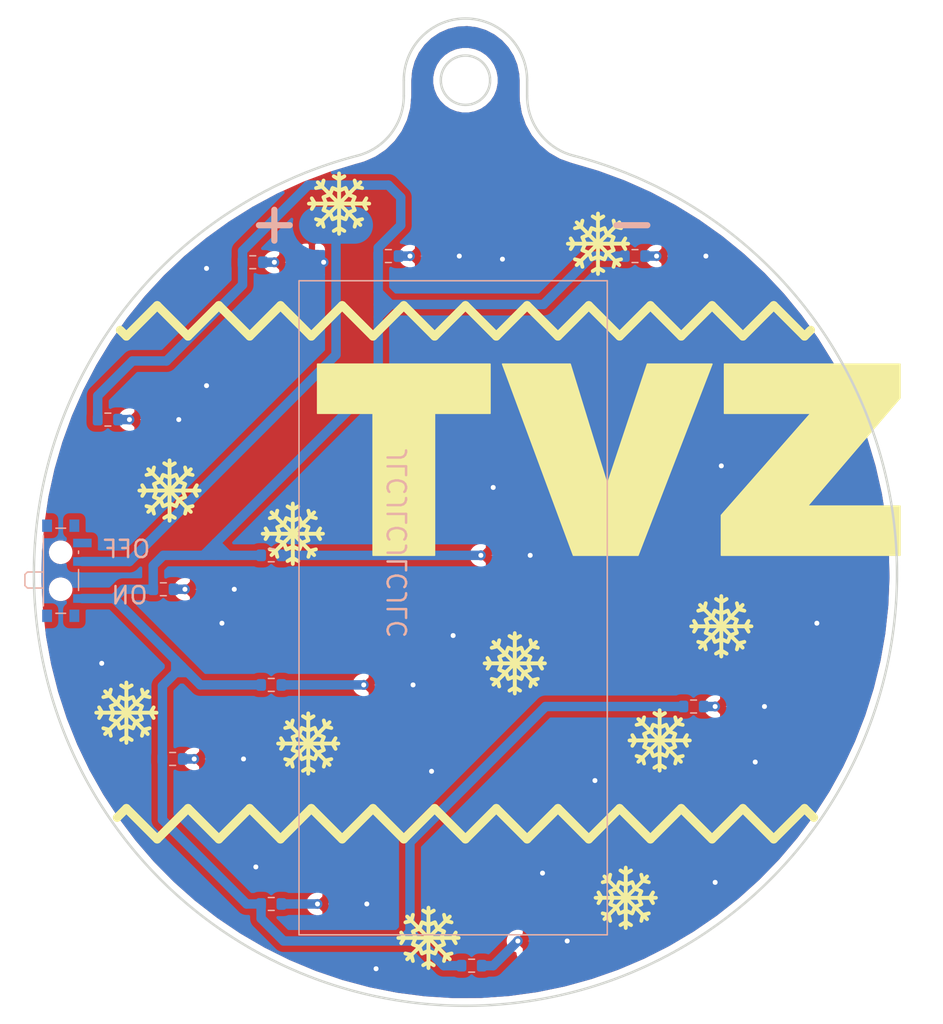
<source format=kicad_pcb>
(kicad_pcb (version 20211014) (generator pcbnew)
  (layers (0 "F.Cu" signal) (31 "B.Cu" signal) (34 "B.Paste" user) (35 "F.Paste" user) (36 "B.SilkS" user "B.Silkscreen") (37 "F.SilkS" user "F.Silkscreen") (38 "B.Mask" user) (39 "F.Mask" user) (44 "Edge.Cuts" user))
  (net 0 "")
  (net 1 "Net-(D1-Pad1)")
  (net 2 "Net-(SW1-Pad3)")
  (net 3 "VCC")
  (net 4 "GND")
  (net 5 "Net-(D2-Pad1)")
  (net 6 "Net-(D3-Pad1)")
  (net 7 "Net-(D4-Pad1)")
  (net 8 "Net-(D5-Pad1)")
  (net 9 "Net-(D6-Pad1)")
  (net 10 "Net-(D7-Pad1)")
  (net 11 "Net-(D8-Pad1)")
  (net 12 "Net-(D9-Pad1)")
  (net 13 "Net-(D10-Pad1)")
  (net 14 "Net-(D11-Pad1)")
  (net 15 "Net-(R1-Pad1)")
  (footprint "TVZ_kuglica:ukras3" (layer "F.Cu") (at 137 68.75)
    (fp_text reference "G***" hide)
    (fp_text value "LOGO" hide)
  )
  (footprint "TVZ_kuglica:LED-0807" (layer "F.Cu") (at 111.75 87.5)
    (fp_text reference "D1" hide)
    (fp_text value "RGB")
    (pad "1" smd rect locked (at -1.05 -0.625) (size 1.1 0.75) (layers "F.Cu" "F.Paste" "F.Mask") (net 1 "Net-(D1-Pad1)"))
    (pad "1" smd rect locked (at -1.05 0.625) (size 1.1 0.75) (layers "F.Cu" "F.Paste" "F.Mask") (net 1 "Net-(D1-Pad1)"))
    (pad "2" smd rect locked (at 1.05 -0.625) (size 1.1 0.75) (layers "F.Cu" "F.Paste" "F.Mask") (net 4 "GND"))
    (pad "2" smd rect locked (at 1.05 0.625) (size 1.1 0.75) (layers "F.Cu" "F.Paste" "F.Mask") (net 4 "GND"))
  )
  (footprint "TVZ_kuglica:LED-0807" (layer "F.Cu") (at 154.5 74.25)
    (fp_text reference "D3" hide)
    (fp_text value "RGB")
    (pad "1" smd rect locked (at -1.05 -0.625) (size 1.1 0.75) (layers "F.Cu" "F.Paste" "F.Mask") (net 6 "Net-(D3-Pad1)"))
    (pad "1" smd rect locked (at -1.05 0.625) (size 1.1 0.75) (layers "F.Cu" "F.Paste" "F.Mask") (net 6 "Net-(D3-Pad1)"))
    (pad "2" smd rect locked (at 1.05 0.625) (size 1.1 0.75) (layers "F.Cu" "F.Paste" "F.Mask") (net 4 "GND"))
    (pad "2" smd rect locked (at 1.05 -0.625) (size 1.1 0.75) (layers "F.Cu" "F.Paste" "F.Mask") (net 4 "GND"))
  )
  (footprint "TVZ_kuglica:LED-0807" (layer "F.Cu") (at 130.75 109)
    (fp_text reference "D4" hide)
    (fp_text value "RGB")
    (pad "1" smd rect locked (at -1.05 0.625) (size 1.1 0.75) (layers "F.Cu" "F.Paste" "F.Mask") (net 7 "Net-(D4-Pad1)"))
    (pad "1" smd rect locked (at -1.05 -0.625) (size 1.1 0.75) (layers "F.Cu" "F.Paste" "F.Mask") (net 7 "Net-(D4-Pad1)"))
    (pad "2" smd rect locked (at 1.05 0.625) (size 1.1 0.75) (layers "F.Cu" "F.Paste" "F.Mask") (net 4 "GND"))
    (pad "2" smd rect locked (at 1.05 -0.625) (size 1.1 0.75) (layers "F.Cu" "F.Paste" "F.Mask") (net 4 "GND"))
  )
  (footprint "TVZ_kuglica:LED-0807" (layer "F.Cu") (at 117 115)
    (fp_text reference "D5" hide)
    (fp_text value "RGB")
    (pad "1" smd rect locked (at -1.05 -0.625) (size 1.1 0.75) (layers "F.Cu" "F.Paste" "F.Mask") (net 8 "Net-(D5-Pad1)"))
    (pad "1" smd rect locked (at -1.05 0.625) (size 1.1 0.75) (layers "F.Cu" "F.Paste" "F.Mask") (net 8 "Net-(D5-Pad1)"))
    (pad "2" smd rect locked (at 1.05 0.625) (size 1.1 0.75) (layers "F.Cu" "F.Paste" "F.Mask") (net 4 "GND"))
    (pad "2" smd rect locked (at 1.05 -0.625) (size 1.1 0.75) (layers "F.Cu" "F.Paste" "F.Mask") (net 4 "GND"))
  )
  (footprint "TVZ_kuglica:LED-0807" (layer "F.Cu") (at 116.25 101.25)
    (fp_text reference "D6" hide)
    (fp_text value "RGB")
    (pad "1" smd rect locked (at -1.05 0.625) (size 1.1 0.75) (layers "F.Cu" "F.Paste" "F.Mask") (net 9 "Net-(D6-Pad1)"))
    (pad "1" smd rect locked (at -1.05 -0.625) (size 1.1 0.75) (layers "F.Cu" "F.Paste" "F.Mask") (net 9 "Net-(D6-Pad1)"))
    (pad "2" smd rect locked (at 1.05 -0.625) (size 1.1 0.75) (layers "F.Cu" "F.Paste" "F.Mask") (net 4 "GND"))
    (pad "2" smd rect locked (at 1.05 0.625) (size 1.1 0.75) (layers "F.Cu" "F.Paste" "F.Mask") (net 4 "GND"))
  )
  (footprint "TVZ_kuglica:LED-0807" (layer "F.Cu") (at 159.25 110.75)
    (fp_text reference "D8" hide)
    (fp_text value "RGB")
    (pad "1" smd rect locked (at -1.05 0.625) (size 1.1 0.75) (layers "F.Cu" "F.Paste" "F.Mask") (net 11 "Net-(D8-Pad1)"))
    (pad "1" smd rect locked (at -1.05 -0.625) (size 1.1 0.75) (layers "F.Cu" "F.Paste" "F.Mask") (net 11 "Net-(D8-Pad1)"))
    (pad "2" smd rect locked (at 1.05 -0.625) (size 1.1 0.75) (layers "F.Cu" "F.Paste" "F.Mask") (net 4 "GND"))
    (pad "2" smd rect locked (at 1.05 0.625) (size 1.1 0.75) (layers "F.Cu" "F.Paste" "F.Mask") (net 4 "GND"))
  )
  (footprint "TVZ_kuglica:LED-0807" (layer "F.Cu") (at 134.5 74.25)
    (fp_text reference "D9" hide)
    (fp_text value "RGB")
    (pad "1" smd rect locked (at -1.05 -0.625) (size 1.1 0.75) (layers "F.Cu" "F.Paste" "F.Mask") (net 12 "Net-(D9-Pad1)"))
    (pad "1" smd rect locked (at -1.05 0.625) (size 1.1 0.75) (layers "F.Cu" "F.Paste" "F.Mask") (net 12 "Net-(D9-Pad1)"))
    (pad "2" smd rect locked (at 1.05 0.625) (size 1.1 0.75) (layers "F.Cu" "F.Paste" "F.Mask") (net 4 "GND"))
    (pad "2" smd rect locked (at 1.05 -0.625) (size 1.1 0.75) (layers "F.Cu" "F.Paste" "F.Mask") (net 4 "GND"))
  )
  (footprint "TVZ_kuglica:LED-0807" (layer "F.Cu") (at 140.25 98.5)
    (fp_text reference "D10" hide)
    (fp_text value "RGB")
    (pad "1" smd rect locked (at -1.05 0.625) (size 1.1 0.75) (layers "F.Cu" "F.Paste" "F.Mask") (net 13 "Net-(D10-Pad1)"))
    (pad "1" smd rect locked (at -1.05 -0.625) (size 1.1 0.75) (layers "F.Cu" "F.Paste" "F.Mask") (net 13 "Net-(D10-Pad1)"))
    (pad "2" smd rect locked (at 1.05 -0.625) (size 1.1 0.75) (layers "F.Cu" "F.Paste" "F.Mask") (net 4 "GND"))
    (pad "2" smd rect locked (at 1.05 0.625) (size 1.1 0.75) (layers "F.Cu" "F.Paste" "F.Mask") (net 4 "GND"))
  )
  (footprint "TVZ_kuglica:ukras1" (layer "F.Cu") (at 152.75 113.5)
    (fp_text reference "G***" hide)
    (fp_text value "LOGO" hide)
  )
  (footprint "TVZ_kuglica:LED-0807" (layer "F.Cu") (at 123.5 74.75)
    (fp_text reference "D2" hide)
    (fp_text value "RGB")
    (pad "1" smd rect locked (at -1.05 -0.625) (size 1.1 0.75) (layers "F.Cu" "F.Paste" "F.Mask") (net 5 "Net-(D2-Pad1)"))
    (pad "1" smd rect locked (at -1.05 0.625) (size 1.1 0.75) (layers "F.Cu" "F.Paste" "F.Mask") (net 5 "Net-(D2-Pad1)"))
    (pad "2" smd rect locked (at 1.05 -0.625) (size 1.1 0.75) (layers "F.Cu" "F.Paste" "F.Mask") (net 4 "GND"))
    (pad "2" smd rect locked (at 1.05 0.625) (size 1.1 0.75) (layers "F.Cu" "F.Paste" "F.Mask") (net 4 "GND"))
  )
  (footprint "TVZ_kuglica:LED-0807" (layer "F.Cu") (at 143.25 129.75)
    (fp_text reference "D7" hide)
    (fp_text value "RGB")
    (pad "1" smd rect locked (at -1.05 -0.625) (size 1.1 0.75) (layers "F.Cu" "F.Paste" "F.Mask") (net 10 "Net-(D7-Pad1)"))
    (pad "1" smd rect locked (at -1.05 0.625) (size 1.1 0.75) (layers "F.Cu" "F.Paste" "F.Mask") (net 10 "Net-(D7-Pad1)"))
    (pad "2" smd rect locked (at 1.05 0.625) (size 1.1 0.75) (layers "F.Cu" "F.Paste" "F.Mask") (net 4 "GND"))
    (pad "2" smd rect locked (at 1.05 -0.625) (size 1.1 0.75) (layers "F.Cu" "F.Paste" "F.Mask") (net 4 "GND"))
  )
  (footprint "TVZ_kuglica:LED-0807" (layer "F.Cu") (at 127 126.75)
    (fp_text reference "D11" hide)
    (fp_text value "RGB")
    (pad "1" smd rect locked (at -1.05 0.625) (size 1.1 0.75) (layers "F.Cu" "F.Paste" "F.Mask") (net 14 "Net-(D11-Pad1)"))
    (pad "1" smd rect locked (at -1.05 -0.625) (size 1.1 0.75) (layers "F.Cu" "F.Paste" "F.Mask") (net 14 "Net-(D11-Pad1)"))
    (pad "2" smd rect locked (at 1.05 0.625) (size 1.1 0.75) (layers "F.Cu" "F.Paste" "F.Mask") (net 4 "GND"))
    (pad "2" smd rect locked (at 1.05 -0.625) (size 1.1 0.75) (layers "F.Cu" "F.Paste" "F.Mask") (net 4 "GND"))
  )
  (footprint "TVZ_kuglica:ukras1" (layer "F.Cu") (at 150 126.25)
    (fp_text reference "G***" hide)
    (fp_text value "LOGO" hide)
  )
  (footprint "TVZ_kuglica:ukras1" (layer "F.Cu") (at 147.75 73.25)
    (fp_text reference "G***" hide)
    (fp_text value "LOGO" hide)
  )
  (footprint "TVZ_kuglica:ukras1" (layer "F.Cu") (at 157.75 104.25)
    (fp_text reference "G***" hide)
    (fp_text value "LOGO" hide)
  )
  (footprint "TVZ_kuglica:ukras1" (layer "F.Cu") (at 109.5 111.25)
    (fp_text reference "G***" hide)
    (fp_text value "LOGO" hide)
  )
  (footprint "TVZ_kuglica:ukras1" (layer "F.Cu") (at 134 129.5)
    (fp_text reference "G***" hide)
    (fp_text value "LOGO" hide)
  )
  (footprint "TVZ_kuglica:ukras1" (layer "F.Cu") (at 123 96.75)
    (fp_text reference "G***" hide)
    (fp_text value "LOGO" hide)
  )
  (footprint "TVZ_kuglica:ukras1" (layer "F.Cu") (at 113 93.25)
    (fp_text reference "G***" hide)
    (fp_text value "LOGO" hide)
  )
  (footprint "TVZ_kuglica:ukras1" (layer "F.Cu") (at 126.75 70)
    (fp_text reference "G***" hide)
    (fp_text value "LOGO" hide)
  )
  (footprint "TVZ_kuglica:ukras1" (layer "F.Cu") (at 124.25 113.75)
    (fp_text reference "G***" hide)
    (fp_text value "LOGO" hide)
  )
  (footprint "TVZ_kuglica:ukras1" (layer "F.Cu") (at 141 107.25)
    (fp_text reference "G***" hide)
    (fp_text value "LOGO" hide)
  )
  (footprint "TVZ_kuglica:BAT-2xAAA-horizontalni_padovi" (layer "B.Cu") (at 136.5 102.75)
    (fp_text reference "BT1" hide)
    (fp_text value "2xAAA")
    (pad "1" smd oval locked (at -10 -31 90) (size 3 6) (layers "B.Cu" "B.Paste" "B.Mask") (net 3 "VCC"))
    (pad "2" smd oval locked (at 9 -31 270) (size 3 6) (layers "B.Cu" "B.Paste" "B.Mask") (net 4 "GND"))
  )
  (footprint "Button_Switch_SMD:SW_SPDT_PCM12" (layer "B.Cu") (at 104.5 99.75 90)
    (fp_text reference "SW1" hide)
    (fp_text value "SW_SPDT")
    (pad "" smd rect locked (at 3.65 -1.43 90) (size 1 0.8) (layers "B.Cu" "B.Paste" "B.Mask"))
    (pad "" smd rect locked (at -3.65 0.78 90) (size 1 0.8) (layers "B.Cu" "B.Paste" "B.Mask"))
    (pad "" np_thru_hole circle locked (at -1.5 -0.33 90) (size 0.9 0.9) (drill 0.9) (layers *.Cu *.Mask))
    (pad "" smd rect locked (at -3.65 -1.43 90) (size 1 0.8) (layers "B.Cu" "B.Paste" "B.Mask"))
    (pad "" np_thru_hole circle locked (at 1.5 -0.33 90) (size 0.9 0.9) (drill 0.9) (layers *.Cu *.Mask))
    (pad "" smd rect locked (at 3.65 0.78 90) (size 1 0.8) (layers "B.Cu" "B.Paste" "B.Mask"))
    (pad "1" smd rect locked (at -2.25 1.43 90) (size 0.7 1.5) (layers "B.Cu" "B.Paste" "B.Mask") (net 15 "Net-(R1-Pad1)"))
    (pad "2" smd rect locked (at 0.75 1.43 90) (size 0.7 1.5) (layers "B.Cu" "B.Paste" "B.Mask") (net 3 "VCC"))
    (pad "3" smd rect locked (at 2.25 1.43 90) (size 0.7 1.5) (layers "B.Cu" "B.Paste" "B.Mask") (net 2 "Net-(SW1-Pad3)"))
  )
  (footprint "Resistor_SMD:R_0603_1608Metric" (layer "B.Cu") (at 108 87.5)
    (fp_text reference "R1" hide)
    (fp_text value "2k")
    (pad "1" smd roundrect locked (at -0.825 0) (size 0.8 0.95) (layers "B.Cu" "B.Paste" "B.Mask") (net 15 "Net-(R1-Pad1)"))
    (pad "2" smd roundrect locked (at 0.825 0) (size 0.8 0.95) (layers "B.Cu" "B.Paste" "B.Mask") (net 1 "Net-(D1-Pad1)"))
  )
  (footprint "Resistor_SMD:R_0603_1608Metric" (layer "B.Cu") (at 119.75 74.75)
    (fp_text reference "R2" hide)
    (fp_text value "2k")
    (pad "1" smd roundrect locked (at -0.825 0) (size 0.8 0.95) (layers "B.Cu" "B.Paste" "B.Mask") (net 15 "Net-(R1-Pad1)"))
    (pad "2" smd roundrect locked (at 0.825 0) (size 0.8 0.95) (layers "B.Cu" "B.Paste" "B.Mask") (net 5 "Net-(D2-Pad1)"))
  )
  (footprint "Resistor_SMD:R_0603_1608Metric" (layer "B.Cu") (at 150.75 74.25)
    (fp_text reference "R3" hide)
    (fp_text value "2k")
    (pad "1" smd roundrect locked (at -0.825 0) (size 0.8 0.95) (layers "B.Cu" "B.Paste" "B.Mask") (net 15 "Net-(R1-Pad1)"))
    (pad "2" smd roundrect locked (at 0.825 0) (size 0.8 0.95) (layers "B.Cu" "B.Paste" "B.Mask") (net 6 "Net-(D3-Pad1)"))
  )
  (footprint "Resistor_SMD:R_0603_1608Metric" (layer "B.Cu") (at 121.25 109)
    (fp_text reference "R4" hide)
    (fp_text value "2k")
    (pad "1" smd roundrect locked (at -0.825 0) (size 0.8 0.95) (layers "B.Cu" "B.Paste" "B.Mask") (net 15 "Net-(R1-Pad1)"))
    (pad "2" smd roundrect locked (at 0.825 0) (size 0.8 0.95) (layers "B.Cu" "B.Paste" "B.Mask") (net 7 "Net-(D4-Pad1)"))
  )
  (footprint "Resistor_SMD:R_0603_1608Metric" (layer "B.Cu") (at 113.25 115)
    (fp_text reference "R5" hide)
    (fp_text value "2k")
    (pad "1" smd roundrect locked (at -0.825 0) (size 0.8 0.95) (layers "B.Cu" "B.Paste" "B.Mask") (net 15 "Net-(R1-Pad1)"))
    (pad "2" smd roundrect locked (at 0.825 0) (size 0.8 0.95) (layers "B.Cu" "B.Paste" "B.Mask") (net 8 "Net-(D5-Pad1)"))
  )
  (footprint "Resistor_SMD:R_0603_1608Metric" (layer "B.Cu") (at 112.5 101.25)
    (fp_text reference "R6" hide)
    (fp_text value "2k")
    (pad "1" smd roundrect locked (at -0.825 0) (size 0.8 0.95) (layers "B.Cu" "B.Paste" "B.Mask") (net 15 "Net-(R1-Pad1)"))
    (pad "2" smd roundrect locked (at 0.825 0) (size 0.8 0.95) (layers "B.Cu" "B.Paste" "B.Mask") (net 9 "Net-(D6-Pad1)"))
  )
  (footprint "Resistor_SMD:R_0603_1608Metric" (layer "B.Cu") (at 137.5 131.75)
    (fp_text reference "R7" hide)
    (fp_text value "2k")
    (pad "1" smd roundrect locked (at -0.825 0) (size 0.8 0.95) (layers "B.Cu" "B.Paste" "B.Mask") (net 15 "Net-(R1-Pad1)"))
    (pad "2" smd roundrect locked (at 0.825 0) (size 0.8 0.95) (layers "B.Cu" "B.Paste" "B.Mask") (net 10 "Net-(D7-Pad1)"))
  )
  (footprint "Resistor_SMD:R_0603_1608Metric" (layer "B.Cu") (at 155.5 110.75)
    (fp_text reference "R8" hide)
    (fp_text value "2k")
    (pad "1" smd roundrect locked (at -0.825 0) (size 0.8 0.95) (layers "B.Cu" "B.Paste" "B.Mask") (net 15 "Net-(R1-Pad1)"))
    (pad "2" smd roundrect locked (at 0.825 0) (size 0.8 0.95) (layers "B.Cu" "B.Paste" "B.Mask") (net 11 "Net-(D8-Pad1)"))
  )
  (footprint "Resistor_SMD:R_0603_1608Metric" (layer "B.Cu") (at 130.75 74.25)
    (fp_text reference "R9" hide)
    (fp_text value "2k")
    (pad "1" smd roundrect locked (at -0.825 0) (size 0.8 0.95) (layers "B.Cu" "B.Paste" "B.Mask") (net 15 "Net-(R1-Pad1)"))
    (pad "2" smd roundrect locked (at 0.825 0) (size 0.8 0.95) (layers "B.Cu" "B.Paste" "B.Mask") (net 12 "Net-(D9-Pad1)"))
  )
  (footprint "Resistor_SMD:R_0603_1608Metric" (layer "B.Cu") (at 121.25 126.75)
    (fp_text reference "R11" hide)
    (fp_text value "2k")
    (pad "1" smd roundrect locked (at -0.825 0) (size 0.8 0.95) (layers "B.Cu" "B.Paste" "B.Mask") (net 15 "Net-(R1-Pad1)"))
    (pad "2" smd roundrect locked (at 0.825 0) (size 0.8 0.95) (layers "B.Cu" "B.Paste" "B.Mask") (net 14 "Net-(D11-Pad1)"))
  )
  (footprint "Resistor_SMD:R_0603_1608Metric" (layer "B.Cu") (at 121.25 98.5)
    (fp_text reference "R10" hide)
    (fp_text value "2k")
    (pad "1" smd roundrect locked (at -0.825 0) (size 0.8 0.95) (layers "B.Cu" "B.Paste" "B.Mask") (net 15 "Net-(R1-Pad1)"))
    (pad "2" smd roundrect locked (at 0.825 0) (size 0.8 0.95) (layers "B.Cu" "B.Paste" "B.Mask") (net 13 "Net-(D10-Pad1)"))
  )
  (gr_line (start 164.5 119) (end 162 121.5) (layer "F.SilkS") (width 0.7))
  (gr_line (start 132 121.5) (end 129.5 119) (layer "F.SilkS") (width 0.7))
  (gr_line (start 144.5 119) (end 142 121.5) (layer "F.SilkS") (width 0.7))
  (gr_line (start 124.5 119) (end 122 121.5) (layer "F.SilkS") (width 0.7))
  (gr_line (start 142 121.5) (end 139.5 119) (layer "F.SilkS") (width 0.7))
  (gr_line (start 119.5 119) (end 117 121.5) (layer "F.SilkS") (width 0.7))
  (gr_line (start 149.5 119) (end 147 121.5) (layer "F.SilkS") (width 0.7))
  (gr_line (start 159.5 119) (end 157 121.5) (layer "F.SilkS") (width 0.7))
  (gr_line (start 114.5 119) (end 112 121.5) (layer "F.SilkS") (width 0.7))
  (gr_line (start 162 121.5) (end 159.5 119) (layer "F.SilkS") (width 0.7))
  (gr_line (start 127 121.5) (end 124.5 119) (layer "F.SilkS") (width 0.7))
  (gr_line (start 165.25 119.75) (end 164.5 119) (layer "F.SilkS") (width 0.7))
  (gr_line (start 154.5 119) (end 152 121.5) (layer "F.SilkS") (width 0.7))
  (gr_line (start 147 121.5) (end 144.5 119) (layer "F.SilkS") (width 0.7))
  (gr_line (start 109.5 119) (end 108.75 119.75) (layer "F.SilkS") (width 0.7))
  (gr_line (start 152 121.5) (end 149.5 119) (layer "F.SilkS") (width 0.7))
  (gr_line (start 134.5 119) (end 132 121.5) (layer "F.SilkS") (width 0.7))
  (gr_line (start 139.5 119) (end 137 121.5) (layer "F.SilkS") (width 0.7))
  (gr_line (start 112 121.5) (end 109.5 119) (layer "F.SilkS") (width 0.7))
  (gr_line (start 137 121.5) (end 134.5 119) (layer "F.SilkS") (width 0.7))
  (gr_line (start 129.5 119) (end 127 121.5) (layer "F.SilkS") (width 0.7))
  (gr_line (start 117 121.5) (end 114.5 119) (layer "F.SilkS") (width 0.7))
  (gr_line (start 122 121.5) (end 119.5 119) (layer "F.SilkS") (width 0.7))
  (gr_line (start 157 121.5) (end 154.5 119) (layer "F.SilkS") (width 0.7))
  (gr_line (start 165 80.25) (end 164.5 80.75) (layer "F.SilkS") (width 0.7))
  (gr_line (start 147 78.25) (end 144.5 80.75) (layer "F.SilkS") (width 0.7))
  (gr_line (start 124.5 80.75) (end 122 78.25) (layer "F.SilkS") (width 0.7))
  (gr_line (start 152 78.25) (end 149.5 80.75) (layer "F.SilkS") (width 0.7))
  (gr_poly (pts (xy 172.25 85.75) (xy 164.75 94.5) (xy 172.25 94.5) (xy 172.25 98.5) (xy 157.75 98.5) (xy 157.75 95.25) (xy 165 87) (xy 158 87) (xy 158 83) (xy 172.25 83)) (layer "F.SilkS") (width 0.1) (fill solid))
  (gr_line (start 114.5 80.75) (end 112 78.25) (layer "F.SilkS") (width 0.7))
  (gr_poly (pts (xy 148.5 92.75) (xy 151.75 83) (xy 157 83) (xy 151 98.5) (xy 145.75 98.5) (xy 140 83) (xy 145.5 83)) (layer "F.SilkS") (width 0.1) (fill solid))
  (gr_line (start 122 78.25) (end 119.5 80.75) (layer "F.SilkS") (width 0.7))
  (gr_line (start 154.5 80.75) (end 152 78.25) (layer "F.SilkS") (width 0.7))
  (gr_line (start 137 78.25) (end 134.5 80.75) (layer "F.SilkS") (width 0.7))
  (gr_line (start 119.5 80.75) (end 117 78.25) (layer "F.SilkS") (width 0.7))
  (gr_line (start 127 78.25) (end 124.5 80.75) (layer "F.SilkS") (width 0.7))
  (gr_line (start 142 78.25) (end 139.5 80.75) (layer "F.SilkS") (width 0.7))
  (gr_line (start 134.5 80.75) (end 132 78.25) (layer "F.SilkS") (width 0.7))
  (gr_line (start 164.5 80.75) (end 162 78.25) (layer "F.SilkS") (width 0.7))
  (gr_line (start 157 78.25) (end 154.5 80.75) (layer "F.SilkS") (width 0.7))
  (gr_line (start 132 78.25) (end 129.5 80.75) (layer "F.SilkS") (width 0.7))
  (gr_poly (pts (xy 139 87) (xy 134.5 87) (xy 134.5 98.5) (xy 129.5 98.5) (xy 129.5 87) (xy 125 87) (xy 125 83) (xy 139 83)) (layer "F.SilkS") (width 0.1) (fill solid))
  (gr_line (start 112 78.25) (end 109.5 80.75) (layer "F.SilkS") (width 0.7))
  (gr_line (start 117 78.25) (end 114.5 80.75) (layer "F.SilkS") (width 0.7))
  (gr_line (start 149.5 80.75) (end 147 78.25) (layer "F.SilkS") (width 0.7))
  (gr_line (start 144.5 80.75) (end 142 78.25) (layer "F.SilkS") (width 0.7))
  (gr_line (start 129.5 80.75) (end 127 78.25) (layer "F.SilkS") (width 0.7))
  (gr_line (start 159.5 80.75) (end 157 78.25) (layer "F.SilkS") (width 0.7))
  (gr_line (start 109.5 80.75) (end 109 80.25) (layer "F.SilkS") (width 0.7))
  (gr_line (start 139.5 80.75) (end 137 78.25) (layer "F.SilkS") (width 0.7))
  (gr_line (start 162 78.25) (end 159.5 80.75) (layer "F.SilkS") (width 0.7))
  (gr_circle (center 137 60) (end 139 60) (layer "Edge.Cuts") (width 0.2) (fill none))
  (gr_line (start 132 61.270167) (end 132 60) (layer "Edge.Cuts") (width 0.2))
  (gr_arc (start 131.999999 61.270167) (mid 130.952846 64.332029) (end 128.249999 66.111396) (layer "Edge.Cuts") (width 0.2))
  (gr_arc (start 145.75 66.111396) (mid 143.047153 64.332029) (end 142 61.270167) (layer "Edge.Cuts") (width 0.2))
  (gr_line (start 142 60) (end 142 61.270167) (layer "Edge.Cuts") (width 0.2))
  (gr_arc (start 132 60) (mid 137 55) (end 142 60) (layer "Edge.Cuts") (width 0.2))
  (gr_arc (start 145.749999 66.111395) (mid 137.000001 135) (end 128.249999 66.111396) (layer "Edge.Cuts") (width 0.2))
  (gr_text "OFF" (at 109.5 98) (layer "B.SilkS") (effects (font (size 1.4 1.4) (thickness 0.2)) (justify mirror)))
  (gr_text "ON" (at 109.75 101.75) (layer "B.SilkS") (effects (font (size 1.4 1.4) (thickness 0.2)) (justify mirror)))
  (gr_text "JLCJLCJLCJLC" (at 131.5 97.5 90) (layer "B.SilkS") (effects (font (size 1.5 1.5) (thickness 0.2)) (justify mirror)))
  (segment (start 109.75 87.5) (end 110.075 87.5) (width 0.762) (layer "F.Cu") (net 1))
  (segment (start 110.075 87.5) (end 110.7 88.125) (width 0.762) (layer "F.Cu") (net 1))
  (segment (start 110.075 87.5) (end 110.7 86.875) (width 0.762) (layer "F.Cu") (net 1))
  (via (at 109.75 87.5) (size 0.8) (drill 0.4) (layers "F.Cu" "B.Cu") (net 1))
  (segment (start 108.825 87.5) (end 109.75 87.5) (width 0.762) (layer "B.Cu") (net 1))
  (segment (start 109.75 99) (end 126.5 82.25) (width 0.762) (layer "B.Cu") (net 3))
  (segment (start 105.93 99) (end 109.75 99) (width 0.762) (layer "B.Cu") (net 3))
  (segment (start 126.5 71.75) (end 126.5 82.25) (width 0.762) (layer "B.Cu") (net 3))
  (via (at 142.25 98.5) (size 0.8) (drill 0.4) (layers "F.Cu" "B.Cu") (net 4))
  (via (at 136 105) (size 0.8) (drill 0.4) (layers "F.Cu" "B.Cu") (net 4))
  (via (at 157.25 125) (size 0.8) (drill 0.4) (layers "F.Cu" "B.Cu") (net 4))
  (via (at 117.25 104) (size 0.8) (drill 0.4) (layers "F.Cu" "B.Cu") (net 4))
  (via (at 132.75 109) (size 0.8) (drill 0.4) (layers "F.Cu" "B.Cu") (net 4))
  (via (at 129.75 132) (size 0.8) (drill 0.4) (layers "F.Cu" "B.Cu") (net 4))
  (via (at 120 123.75) (size 0.8) (drill 0.4) (layers "F.Cu" "B.Cu") (net 4))
  (via (at 116 84.75) (size 0.8) (drill 0.4) (layers "F.Cu" "B.Cu") (net 4))
  (via (at 134.25 116) (size 0.8) (drill 0.4) (layers "F.Cu" "B.Cu") (net 4))
  (via (at 147.5 116.75) (size 0.8) (drill 0.4) (layers "F.Cu" "B.Cu") (net 4))
  (via (at 139.25 93) (size 0.8) (drill 0.4) (layers "F.Cu" "B.Cu") (net 4))
  (via (at 165.5 104) (size 0.8) (drill 0.4) (layers "F.Cu" "B.Cu") (net 4))
  (via (at 156.5 74.25) (size 0.8) (drill 0.4) (layers "F.Cu" "B.Cu") (net 4))
  (via (at 118.25 101.25) (size 0.8) (drill 0.4) (layers "F.Cu" "B.Cu") (net 4))
  (via (at 129 126.75) (size 0.8) (drill 0.4) (layers "F.Cu" "B.Cu") (net 4))
  (via (at 143.25 124.25) (size 0.8) (drill 0.4) (layers "F.Cu" "B.Cu") (net 4))
  (via (at 160.5 115.25) (size 0.8) (drill 0.4) (layers "F.Cu" "B.Cu") (net 4))
  (via (at 107.5 107.25) (size 0.8) (drill 0.4) (layers "F.Cu" "B.Cu") (net 4))
  (via (at 119 115) (size 0.8) (drill 0.4) (layers "F.Cu" "B.Cu") (net 4))
  (via (at 116 75.25) (size 0.8) (drill 0.4) (layers "F.Cu" "B.Cu") (net 4))
  (via (at 157.75 91.25) (size 0.8) (drill 0.4) (layers "F.Cu" "B.Cu") (net 4))
  (via (at 145.25 129.75) (size 0.8) (drill 0.4) (layers "F.Cu" "B.Cu") (net 4))
  (via (at 125.5 74.75) (size 0.8) (drill 0.4) (layers "F.Cu" "B.Cu") (net 4))
  (via (at 136.5 74.25) (size 0.8) (drill 0.4) (layers "F.Cu" "B.Cu") (net 4))
  (via (at 140 74.5) (size 0.8) (drill 0.4) (layers "F.Cu" "B.Cu") (net 4))
  (via (at 113.75 87.5) (size 0.8) (drill 0.4) (layers "F.Cu" "B.Cu") (net 4))
  (via (at 161.25 110.75) (size 0.8) (drill 0.4) (layers "F.Cu" "B.Cu") (net 4))
  (segment (start 121.5 74.75) (end 121.825 74.75) (width 0.762) (layer "F.Cu") (net 5))
  (segment (start 121.825 74.75) (end 122.45 75.375) (width 0.762) (layer "F.Cu") (net 5))
  (segment (start 121.825 74.75) (end 122.45 74.125) (width 0.762) (layer "F.Cu") (net 5))
  (via (at 121.5 74.75) (size 0.8) (drill 0.4) (layers "F.Cu" "B.Cu") (net 5))
  (segment (start 120.575 74.75) (end 121.5 74.75) (width 0.762) (layer "B.Cu") (net 5))
  (segment (start 152.5 74.25) (end 152.825 74.25) (width 0.762) (layer "F.Cu") (net 6))
  (segment (start 152.825 74.25) (end 153.45 74.875) (width 0.762) (layer "F.Cu") (net 6))
  (segment (start 152.825 74.25) (end 153.45 73.625) (width 0.762) (layer "F.Cu") (net 6))
  (via (at 152.5 74.25) (size 0.8) (drill 0.4) (layers "F.Cu" "B.Cu") (net 6))
  (segment (start 151.575 74.25) (end 152.5 74.25) (width 0.762) (layer "B.Cu") (net 6))
  (segment (start 129.075 109) (end 129.7 108.375) (width 0.762) (layer "F.Cu") (net 7))
  (segment (start 128.75 109) (end 129.075 109) (width 0.762) (layer "F.Cu") (net 7))
  (segment (start 129.075 109) (end 129.7 109.625) (width 0.762) (layer "F.Cu") (net 7))
  (via (at 128.75 109) (size 0.8) (drill 0.4) (layers "F.Cu" "B.Cu") (net 7))
  (segment (start 128.75 109) (end 122.075 109) (width 0.762) (layer "B.Cu") (net 7))
  (segment (start 115.325 115) (end 115.95 115.625) (width 0.762) (layer "F.Cu") (net 8))
  (segment (start 115 115) (end 115.325 115) (width 0.762) (layer "F.Cu") (net 8))
  (segment (start 115.325 115) (end 115.95 114.375) (width 0.762) (layer "F.Cu") (net 8))
  (via (at 115 115) (size 0.8) (drill 0.4) (layers "F.Cu" "B.Cu") (net 8))
  (segment (start 114.075 115) (end 115 115) (width 0.762) (layer "B.Cu") (net 8))
  (segment (start 114.575 101.25) (end 115.2 101.875) (width 0.762) (layer "F.Cu") (net 9))
  (segment (start 114.25 101.25) (end 114.575 101.25) (width 0.762) (layer "F.Cu") (net 9))
  (segment (start 114.575 101.25) (end 115.2 100.625) (width 0.762) (layer "F.Cu") (net 9))
  (via (at 114.25 101.25) (size 0.8) (drill 0.4) (layers "F.Cu" "B.Cu") (net 9))
  (segment (start 113.325 101.25) (end 114.25 101.25) (width 0.762) (layer "B.Cu") (net 9))
  (segment (start 141.575 129.75) (end 142.2 130.375) (width 0.762) (layer "F.Cu") (net 10))
  (segment (start 141.575 129.75) (end 142.2 129.125) (width 0.762) (layer "F.Cu") (net 10))
  (segment (start 141.25 129.75) (end 141.575 129.75) (width 0.762) (layer "F.Cu") (net 10))
  (via (at 141.25 129.75) (size 0.8) (drill 0.4) (layers "F.Cu" "B.Cu") (net 10))
  (segment (start 138.325 131.75) (end 139.25 131.75) (width 0.762) (layer "B.Cu") (net 10))
  (segment (start 139.25 131.75) (end 141.25 129.75) (width 0.762) (layer "B.Cu") (net 10))
  (segment (start 157.25 110.75) (end 157.575 110.75) (width 0.762) (layer "F.Cu") (net 11))
  (segment (start 157.575 110.75) (end 158.2 111.375) (width 0.762) (layer "F.Cu") (net 11))
  (segment (start 157.575 110.75) (end 158.2 110.125) (width 0.762) (layer "F.Cu") (net 11))
  (via (at 157.25 110.75) (size 0.8) (drill 0.4) (layers "F.Cu" "B.Cu") (net 11))
  (segment (start 157.25 110.75) (end 156.325 110.75) (width 0.762) (layer "B.Cu") (net 11))
  (segment (start 132.825 74.25) (end 133.45 74.875) (width 0.762) (layer "F.Cu") (net 12))
  (segment (start 132.5 74.25) (end 132.825 74.25) (width 0.762) (layer "F.Cu") (net 12))
  (segment (start 132.825 74.25) (end 133.45 73.625) (width 0.762) (layer "F.Cu") (net 12))
  (via (at 132.5 74.25) (size 0.8) (drill 0.4) (layers "F.Cu" "B.Cu") (net 12))
  (segment (start 131.575 74.25) (end 132.5 74.25) (width 0.762) (layer "B.Cu") (net 12))
  (segment (start 138.575 98.5) (end 139.2 99.125) (width 0.762) (layer "F.Cu") (net 13))
  (segment (start 138.25 98.5) (end 138.575 98.5) (width 0.762) (layer "F.Cu") (net 13))
  (segment (start 138.575 98.5) (end 139.2 97.875) (width 0.762) (layer "F.Cu") (net 13))
  (via (at 138.25 98.5) (size 0.8) (drill 0.4) (layers "F.Cu" "B.Cu") (net 13))
  (segment (start 122.075 98.5) (end 138.25 98.5) (width 0.762) (layer "B.Cu") (net 13))
  (segment (start 125 126.75) (end 125.325 126.75) (width 0.762) (layer "F.Cu") (net 14))
  (segment (start 125.325 126.75) (end 125.95 126.125) (width 0.762) (layer "F.Cu") (net 14))
  (segment (start 125.325 126.75) (end 125.95 127.375) (width 0.762) (layer "F.Cu") (net 14))
  (via (at 125 126.75) (size 0.8) (drill 0.4) (layers "F.Cu" "B.Cu") (net 14))
  (segment (start 122.075 126.75) (end 125 126.75) (width 0.762) (layer "B.Cu") (net 14))
  (segment (start 112.425 109.075) (end 113.5 108) (width 0.762) (layer "B.Cu") (net 15))
  (segment (start 118.925 76.575) (end 112.75 82.75) (width 0.762) (layer "B.Cu") (net 15))
  (segment (start 112.5 98.5) (end 111.675 99.325) (width 0.762) (layer "B.Cu") (net 15))
  (segment (start 131.75 71.75) (end 131.75 69.5) (width 0.762) (layer "B.Cu") (net 15))
  (segment (start 143.5 110.75) (end 132.5 121.75) (width 0.762) (layer "B.Cu") (net 15))
  (segment (start 113.5 108) (end 114.5 108) (width 0.762) (layer "B.Cu") (net 15))
  (segment (start 132.5 129.75) (end 131.5 129.75) (width 0.762) (layer "B.Cu") (net 15))
  (segment (start 131.5 129.75) (end 122.25 129.75) (width 0.762) (layer "B.Cu") (net 15))
  (segment (start 130.925 78.175) (end 129.925 77.175) (width 0.762) (layer "B.Cu") (net 15))
  (segment (start 129.925 84.325) (end 129.925 79.175) (width 0.762) (layer "B.Cu") (net 15))
  (segment (start 130.925 78.175) (end 129.925 79.175) (width 0.762) (layer "B.Cu") (net 15))
  (segment (start 129.925 78.175) (end 130.925 78.175) (width 0.762) (layer "B.Cu") (net 15))
  (segment (start 113.5 108) (end 114 107.5) (width 0.762) (layer "B.Cu") (net 15))
  (segment (start 114 107.5) (end 114.5 108) (width 0.762) (layer "B.Cu") (net 15))
  (segment (start 120.425 127.925) (end 120.425 126.75) (width 0.762) (layer "B.Cu") (net 15))
  (segment (start 136.675 131.75) (end 135.25 131.75) (width 0.762) (layer "B.Cu") (net 15))
  (segment (start 131.75 69.5) (end 130.75 68.5) (width 0.762) (layer "B.Cu") (net 15))
  (segment (start 112.425 115) (end 112.425 109.075) (width 0.762) (layer "B.Cu") (net 15))
  (segment (start 129.925 78.175) (end 129.925 77.175) (width 0.762) (layer "B.Cu") (net 15))
  (segment (start 110 82.75) (end 107.175 85.575) (width 0.762) (layer "B.Cu") (net 15))
  (segment (start 120.425 126.75) (end 119.25 126.75) (width 0.762) (layer "B.Cu") (net 15))
  (segment (start 113.5 107) (end 114 107.5) (width 0.762) (layer "B.Cu") (net 15))
  (segment (start 129.925 77.175) (end 129.925 74.25) (width 0.762) (layer "B.Cu") (net 15))
  (segment (start 120.425 98.5) (end 117.75 98.5) (width 0.762) (layer "B.Cu") (net 15))
  (segment (start 114.5 108) (end 115.5 109) (width 0.762) (layer "B.Cu") (net 15))
  (segment (start 116.75 97.5) (end 117.75 98.5) (width 0.762) (layer "B.Cu") (net 15))
  (segment (start 111.675 99.325) (end 111.675 101.25) (width 0.762) (layer "B.Cu") (net 15))
  (segment (start 135.25 131.75) (end 133.25 129.75) (width 0.762) (layer "B.Cu") (net 15))
  (segment (start 132.5 129) (end 133.25 129.75) (width 0.762) (layer "B.Cu") (net 15))
  (segment (start 118.925 74.75) (end 118.925 76.575) (width 0.762) (layer "B.Cu") (net 15))
  (segment (start 115.75 98.5) (end 112.5 98.5) (width 0.762) (layer "B.Cu") (net 15))
  (segment (start 113.5 107) (end 113.5 108) (width 0.762) (layer "B.Cu") (net 15))
  (segment (start 112.75 82.75) (end 110 82.75) (width 0.762) (layer "B.Cu") (net 15))
  (segment (start 116.75 97.5) (end 129.925 84.325) (width 0.762) (layer "B.Cu") (net 15))
  (segment (start 143.325 78.175) (end 147.25 74.25) (width 0.762) (layer "B.Cu") (net 15))
  (segment (start 129.925 73.575) (end 131.75 71.75) (width 0.762) (layer "B.Cu") (net 15))
  (segment (start 129.925 74.25) (end 129.925 73.575) (width 0.762) (layer "B.Cu") (net 15))
  (segment (start 132.5 129) (end 132.5 129.75) (width 0.762) (layer "B.Cu") (net 15))
  (segment (start 130.925 78.175) (end 143.325 78.175) (width 0.762) (layer "B.Cu") (net 15))
  (segment (start 131.75 129.75) (end 132.5 129) (width 0.762) (layer "B.Cu") (net 15))
  (segment (start 109.25 101.25) (end 111.675 101.25) (width 0.762) (layer "B.Cu") (net 15))
  (segment (start 154.675 110.75) (end 143.5 110.75) (width 0.762) (layer "B.Cu") (net 15))
  (segment (start 116.75 98.5) (end 115.75 98.5) (width 0.762) (layer "B.Cu") (net 15))
  (segment (start 133.25 129.75) (end 132.5 129.75) (width 0.762) (layer "B.Cu") (net 15))
  (segment (start 108.5 102) (end 113.5 107) (width 0.762) (layer "B.Cu") (net 15))
  (segment (start 117.75 98.5) (end 116.75 98.5) (width 0.762) (layer "B.Cu") (net 15))
  (segment (start 118.925 73.825) (end 118.925 74.75) (width 0.762) (layer "B.Cu") (net 15))
  (segment (start 108.5 102) (end 109.25 101.25) (width 0.762) (layer "B.Cu") (net 15))
  (segment (start 119.25 126.75) (end 112.425 119.925) (width 0.762) (layer "B.Cu") (net 15))
  (segment (start 129.925 79.175) (end 129.925 78.175) (width 0.762) (layer "B.Cu") (net 15))
  (segment (start 116.75 98.5) (end 116.75 97.5) (width 0.762) (layer "B.Cu") (net 15))
  (segment (start 115.5 109) (end 120.425 109) (width 0.762) (layer "B.Cu") (net 15))
  (segment (start 130.75 68.5) (end 124.25 68.5) (width 0.762) (layer "B.Cu") (net 15))
  (segment (start 105.93 102) (end 108.5 102) (width 0.762) (layer "B.Cu") (net 15))
  (segment (start 112.425 119.925) (end 112.425 115) (width 0.762) (layer "B.Cu") (net 15))
  (segment (start 147.25 74.25) (end 149.925 74.25) (width 0.762) (layer "B.Cu") (net 15))
  (segment (start 116.75 97.5) (end 115.75 98.5) (width 0.762) (layer "B.Cu") (net 15))
  (segment (start 131.5 129.75) (end 131.75 129.75) (width 0.762) (layer "B.Cu") (net 15))
  (segment (start 132.5 121.75) (end 132.5 129) (width 0.762) (layer "B.Cu") (net 15))
  (segment (start 107.175 85.575) (end 107.175 87.5) (width 0.762) (layer "B.Cu") (net 15))
  (segment (start 122.25 129.75) (end 120.425 127.925) (width 0.762) (layer "B.Cu") (net 15))
  (segment (start 124.25 68.5) (end 118.925 73.825) (width 0.762) (layer "B.Cu") (net 15))
  (zone (net 4) (net_name "GND") (layer "F.Cu") (connect_pads (clearance 0.508)) (min_thickness 0.254) (fill yes (thermal_gap 0.508) (thermal_bridge_width 0.508))
    (polygon (pts (xy 175.75 53.5) (xy 175.75 136.5) (xy 99.25 136.5) (xy 99.25 53.75)))
  )
  (zone (net 4) (net_name "GND") (layer "B.Cu") (connect_pads yes (clearance 0.508)) (min_thickness 0.254) (fill yes (thermal_gap 0.508) (thermal_bridge_width 0.508))
    (polygon (pts (xy 175.75 53.5) (xy 175.75 136.5) (xy 99.25 136.5) (xy 99.25 53.75)))
  )
)
</source>
